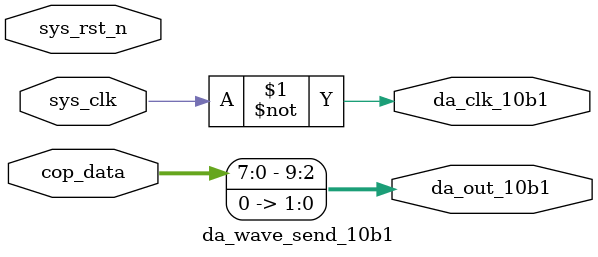
<source format=v>
module da_wave_send_10b1(
    input                   sys_clk     ,
    input                   sys_rst_n   ,
    input           [7:0]   cop_data     ,
    output                  da_clk_10b1 ,
    output          [9:0]   da_out_10b1
    );

    assign                  da_clk_10b1 = ~sys_clk;
    assign                  da_out_10b1[9:2] = cop_data;
    assign                  da_out_10b1[1:0] = 2'b00;
endmodule

</source>
